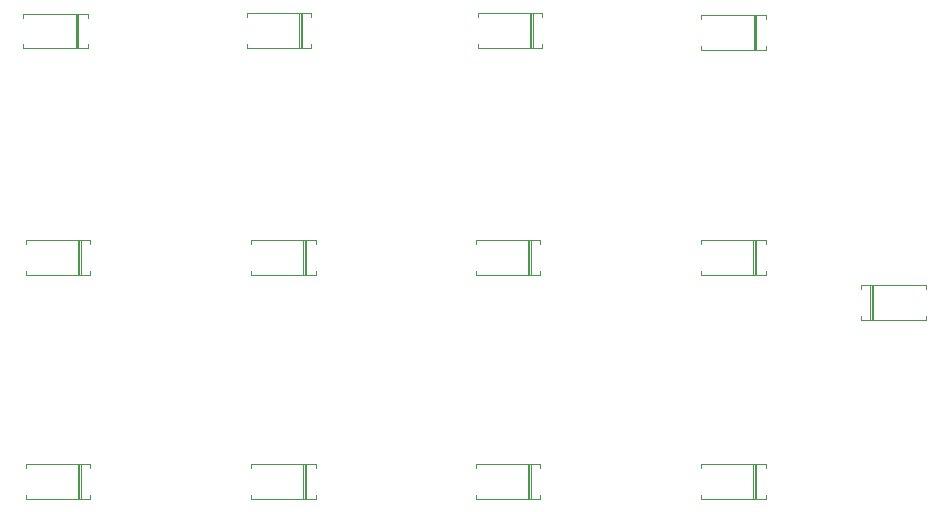
<source format=gbr>
G04 #@! TF.GenerationSoftware,KiCad,Pcbnew,7.0.10*
G04 #@! TF.CreationDate,2024-02-09T18:03:28-08:00*
G04 #@! TF.ProjectId,4x3,3478332e-6b69-4636-9164-5f7063625858,rev?*
G04 #@! TF.SameCoordinates,Original*
G04 #@! TF.FileFunction,Legend,Bot*
G04 #@! TF.FilePolarity,Positive*
%FSLAX46Y46*%
G04 Gerber Fmt 4.6, Leading zero omitted, Abs format (unit mm)*
G04 Created by KiCad (PCBNEW 7.0.10) date 2024-02-09 18:03:28*
%MOMM*%
%LPD*%
G01*
G04 APERTURE LIST*
%ADD10C,0.150000*%
%ADD11C,0.120000*%
G04 APERTURE END LIST*
D10*
D11*
X232327500Y-139680000D02*
X237767500Y-139680000D01*
X232327500Y-140010000D02*
X232327500Y-139680000D01*
X232327500Y-142290000D02*
X232327500Y-142620000D01*
X232327500Y-142620000D02*
X237767500Y-142620000D01*
X233107500Y-142620000D02*
X233107500Y-139680000D01*
X233227500Y-142620000D02*
X233227500Y-139680000D01*
X233347500Y-142620000D02*
X233347500Y-139680000D01*
X237767500Y-139680000D02*
X237767500Y-140010000D01*
X237767500Y-142620000D02*
X237767500Y-142290000D01*
X224220000Y-157770000D02*
X218780000Y-157770000D01*
X224220000Y-157440000D02*
X224220000Y-157770000D01*
X224220000Y-155160000D02*
X224220000Y-154830000D01*
X224220000Y-154830000D02*
X218780000Y-154830000D01*
X223440000Y-154830000D02*
X223440000Y-157770000D01*
X223320000Y-154830000D02*
X223320000Y-157770000D01*
X223200000Y-154830000D02*
X223200000Y-157770000D01*
X218780000Y-157770000D02*
X218780000Y-157440000D01*
X218780000Y-154830000D02*
X218780000Y-155160000D01*
X205120000Y-157770000D02*
X199680000Y-157770000D01*
X205120000Y-157440000D02*
X205120000Y-157770000D01*
X205120000Y-155160000D02*
X205120000Y-154830000D01*
X205120000Y-154830000D02*
X199680000Y-154830000D01*
X204340000Y-154830000D02*
X204340000Y-157770000D01*
X204220000Y-154830000D02*
X204220000Y-157770000D01*
X204100000Y-154830000D02*
X204100000Y-157770000D01*
X199680000Y-157770000D02*
X199680000Y-157440000D01*
X199680000Y-154830000D02*
X199680000Y-155160000D01*
X186120000Y-157770000D02*
X180680000Y-157770000D01*
X186120000Y-157440000D02*
X186120000Y-157770000D01*
X186120000Y-155160000D02*
X186120000Y-154830000D01*
X186120000Y-154830000D02*
X180680000Y-154830000D01*
X185340000Y-154830000D02*
X185340000Y-157770000D01*
X185220000Y-154830000D02*
X185220000Y-157770000D01*
X185100000Y-154830000D02*
X185100000Y-157770000D01*
X180680000Y-157770000D02*
X180680000Y-157440000D01*
X180680000Y-154830000D02*
X180680000Y-155160000D01*
X167020000Y-157770000D02*
X161580000Y-157770000D01*
X167020000Y-157440000D02*
X167020000Y-157770000D01*
X167020000Y-155160000D02*
X167020000Y-154830000D01*
X167020000Y-154830000D02*
X161580000Y-154830000D01*
X166240000Y-154830000D02*
X166240000Y-157770000D01*
X166120000Y-154830000D02*
X166120000Y-157770000D01*
X166000000Y-154830000D02*
X166000000Y-157770000D01*
X161580000Y-157770000D02*
X161580000Y-157440000D01*
X161580000Y-154830000D02*
X161580000Y-155160000D01*
X224220000Y-138770000D02*
X218780000Y-138770000D01*
X224220000Y-138440000D02*
X224220000Y-138770000D01*
X224220000Y-136160000D02*
X224220000Y-135830000D01*
X224220000Y-135830000D02*
X218780000Y-135830000D01*
X223440000Y-135830000D02*
X223440000Y-138770000D01*
X223320000Y-135830000D02*
X223320000Y-138770000D01*
X223200000Y-135830000D02*
X223200000Y-138770000D01*
X218780000Y-138770000D02*
X218780000Y-138440000D01*
X218780000Y-135830000D02*
X218780000Y-136160000D01*
X205120000Y-138770000D02*
X199680000Y-138770000D01*
X205120000Y-138440000D02*
X205120000Y-138770000D01*
X205120000Y-136160000D02*
X205120000Y-135830000D01*
X205120000Y-135830000D02*
X199680000Y-135830000D01*
X204340000Y-135830000D02*
X204340000Y-138770000D01*
X204220000Y-135830000D02*
X204220000Y-138770000D01*
X204100000Y-135830000D02*
X204100000Y-138770000D01*
X199680000Y-138770000D02*
X199680000Y-138440000D01*
X199680000Y-135830000D02*
X199680000Y-136160000D01*
X186120000Y-138770000D02*
X180680000Y-138770000D01*
X186120000Y-138440000D02*
X186120000Y-138770000D01*
X186120000Y-136160000D02*
X186120000Y-135830000D01*
X186120000Y-135830000D02*
X180680000Y-135830000D01*
X185340000Y-135830000D02*
X185340000Y-138770000D01*
X185220000Y-135830000D02*
X185220000Y-138770000D01*
X185100000Y-135830000D02*
X185100000Y-138770000D01*
X180680000Y-138770000D02*
X180680000Y-138440000D01*
X180680000Y-135830000D02*
X180680000Y-136160000D01*
X167020000Y-138770000D02*
X161580000Y-138770000D01*
X167020000Y-138440000D02*
X167020000Y-138770000D01*
X167020000Y-136160000D02*
X167020000Y-135830000D01*
X167020000Y-135830000D02*
X161580000Y-135830000D01*
X166240000Y-135830000D02*
X166240000Y-138770000D01*
X166120000Y-135830000D02*
X166120000Y-138770000D01*
X166000000Y-135830000D02*
X166000000Y-138770000D01*
X161580000Y-138770000D02*
X161580000Y-138440000D01*
X161580000Y-135830000D02*
X161580000Y-136160000D01*
X224233400Y-116767000D02*
X218793400Y-116767000D01*
X224233400Y-117097000D02*
X224233400Y-116767000D01*
X224233400Y-119377000D02*
X224233400Y-119707000D01*
X224233400Y-119707000D02*
X218793400Y-119707000D01*
X223453400Y-116767000D02*
X223453400Y-119707000D01*
X223333400Y-116767000D02*
X223333400Y-119707000D01*
X223213400Y-116767000D02*
X223213400Y-119707000D01*
X218793400Y-116767000D02*
X218793400Y-117097000D01*
X218793400Y-119707000D02*
X218793400Y-119377000D01*
X166820000Y-116665400D02*
X161380000Y-116665400D01*
X166820000Y-116995400D02*
X166820000Y-116665400D01*
X166820000Y-119275400D02*
X166820000Y-119605400D01*
X166820000Y-119605400D02*
X161380000Y-119605400D01*
X166040000Y-116665400D02*
X166040000Y-119605400D01*
X165920000Y-116665400D02*
X165920000Y-119605400D01*
X165800000Y-116665400D02*
X165800000Y-119605400D01*
X161380000Y-116665400D02*
X161380000Y-116995400D01*
X161380000Y-119605400D02*
X161380000Y-119275400D01*
X185777800Y-116614600D02*
X180337800Y-116614600D01*
X185777800Y-116944600D02*
X185777800Y-116614600D01*
X185777800Y-119224600D02*
X185777800Y-119554600D01*
X185777800Y-119554600D02*
X180337800Y-119554600D01*
X184997800Y-116614600D02*
X184997800Y-119554600D01*
X184877800Y-116614600D02*
X184877800Y-119554600D01*
X184757800Y-116614600D02*
X184757800Y-119554600D01*
X180337800Y-116614600D02*
X180337800Y-116944600D01*
X180337800Y-119554600D02*
X180337800Y-119224600D01*
X205285000Y-116640000D02*
X199845000Y-116640000D01*
X205285000Y-116970000D02*
X205285000Y-116640000D01*
X205285000Y-119250000D02*
X205285000Y-119580000D01*
X205285000Y-119580000D02*
X199845000Y-119580000D01*
X204505000Y-116640000D02*
X204505000Y-119580000D01*
X204385000Y-116640000D02*
X204385000Y-119580000D01*
X204265000Y-116640000D02*
X204265000Y-119580000D01*
X199845000Y-116640000D02*
X199845000Y-116970000D01*
X199845000Y-119580000D02*
X199845000Y-119250000D01*
M02*

</source>
